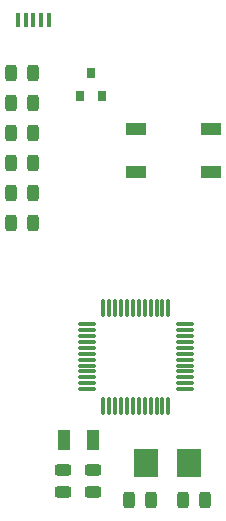
<source format=gbr>
G04 #@! TF.GenerationSoftware,KiCad,Pcbnew,7.0.1*
G04 #@! TF.CreationDate,2023-03-26T18:13:03+02:00*
G04 #@! TF.ProjectId,stm32{C_G}xxxCx_board,73746d33-327b-4432-9c47-7d7878784378,rev?*
G04 #@! TF.SameCoordinates,Original*
G04 #@! TF.FileFunction,Paste,Top*
G04 #@! TF.FilePolarity,Positive*
%FSLAX46Y46*%
G04 Gerber Fmt 4.6, Leading zero omitted, Abs format (unit mm)*
G04 Created by KiCad (PCBNEW 7.0.1) date 2023-03-26 18:13:03*
%MOMM*%
%LPD*%
G01*
G04 APERTURE LIST*
G04 Aperture macros list*
%AMRoundRect*
0 Rectangle with rounded corners*
0 $1 Rounding radius*
0 $2 $3 $4 $5 $6 $7 $8 $9 X,Y pos of 4 corners*
0 Add a 4 corners polygon primitive as box body*
4,1,4,$2,$3,$4,$5,$6,$7,$8,$9,$2,$3,0*
0 Add four circle primitives for the rounded corners*
1,1,$1+$1,$2,$3*
1,1,$1+$1,$4,$5*
1,1,$1+$1,$6,$7*
1,1,$1+$1,$8,$9*
0 Add four rect primitives between the rounded corners*
20,1,$1+$1,$2,$3,$4,$5,0*
20,1,$1+$1,$4,$5,$6,$7,0*
20,1,$1+$1,$6,$7,$8,$9,0*
20,1,$1+$1,$8,$9,$2,$3,0*%
G04 Aperture macros list end*
%ADD10R,0.800000X0.900000*%
%ADD11RoundRect,0.243750X-0.243750X-0.456250X0.243750X-0.456250X0.243750X0.456250X-0.243750X0.456250X0*%
%ADD12R,1.800000X1.100000*%
%ADD13RoundRect,0.243750X0.243750X0.456250X-0.243750X0.456250X-0.243750X-0.456250X0.243750X-0.456250X0*%
%ADD14RoundRect,0.243750X-0.456250X0.243750X-0.456250X-0.243750X0.456250X-0.243750X0.456250X0.243750X0*%
%ADD15R,1.000000X1.800000*%
%ADD16R,2.000000X2.400000*%
%ADD17R,0.450000X1.300000*%
%ADD18RoundRect,0.075000X0.075000X-0.662500X0.075000X0.662500X-0.075000X0.662500X-0.075000X-0.662500X0*%
%ADD19RoundRect,0.075000X0.662500X-0.075000X0.662500X0.075000X-0.662500X0.075000X-0.662500X-0.075000X0*%
G04 APERTURE END LIST*
D10*
X148722000Y-62960000D03*
X150622000Y-62960000D03*
X149672000Y-60960000D03*
D11*
X142904500Y-63500000D03*
X144779500Y-63500000D03*
X142904500Y-60960000D03*
X144779500Y-60960000D03*
X142904500Y-71120000D03*
X144779500Y-71120000D03*
X142904500Y-73660000D03*
X144779500Y-73660000D03*
D12*
X159785000Y-69390000D03*
X153485000Y-69390000D03*
X159785000Y-65690000D03*
X153485000Y-65690000D03*
D13*
X144779500Y-68580000D03*
X142904500Y-68580000D03*
X144779500Y-66040000D03*
X142904500Y-66040000D03*
X159355000Y-97155000D03*
X157480000Y-97155000D03*
D14*
X147320000Y-94615000D03*
X147320000Y-96490000D03*
X149860000Y-94615000D03*
X149860000Y-96490000D03*
D11*
X152908000Y-97155000D03*
X154783000Y-97155000D03*
D15*
X147340000Y-92075000D03*
X149840000Y-92075000D03*
D16*
X154300000Y-93980000D03*
X158000000Y-93980000D03*
D17*
X146080000Y-56510000D03*
X145430000Y-56510000D03*
X144780000Y-56510000D03*
X144130000Y-56510000D03*
X143480000Y-56510000D03*
D18*
X150710000Y-89157500D03*
X151210000Y-89157500D03*
X151710000Y-89157500D03*
X152210000Y-89157500D03*
X152710000Y-89157500D03*
X153210000Y-89157500D03*
X153710000Y-89157500D03*
X154210000Y-89157500D03*
X154710000Y-89157500D03*
X155210000Y-89157500D03*
X155710000Y-89157500D03*
X156210000Y-89157500D03*
D19*
X157622500Y-87745000D03*
X157622500Y-87245000D03*
X157622500Y-86745000D03*
X157622500Y-86245000D03*
X157622500Y-85745000D03*
X157622500Y-85245000D03*
X157622500Y-84745000D03*
X157622500Y-84245000D03*
X157622500Y-83745000D03*
X157622500Y-83245000D03*
X157622500Y-82745000D03*
X157622500Y-82245000D03*
D18*
X156210000Y-80832500D03*
X155710000Y-80832500D03*
X155210000Y-80832500D03*
X154710000Y-80832500D03*
X154210000Y-80832500D03*
X153710000Y-80832500D03*
X153210000Y-80832500D03*
X152710000Y-80832500D03*
X152210000Y-80832500D03*
X151710000Y-80832500D03*
X151210000Y-80832500D03*
X150710000Y-80832500D03*
D19*
X149297500Y-82245000D03*
X149297500Y-82745000D03*
X149297500Y-83245000D03*
X149297500Y-83745000D03*
X149297500Y-84245000D03*
X149297500Y-84745000D03*
X149297500Y-85245000D03*
X149297500Y-85745000D03*
X149297500Y-86245000D03*
X149297500Y-86745000D03*
X149297500Y-87245000D03*
X149297500Y-87745000D03*
M02*

</source>
